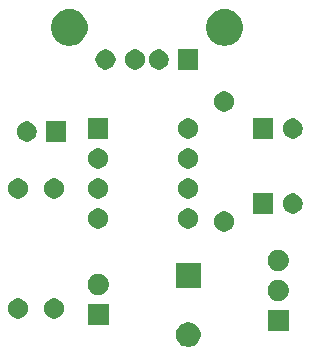
<source format=gbr>
G04 #@! TF.GenerationSoftware,KiCad,Pcbnew,(5.1.5)-3*
G04 #@! TF.CreationDate,2020-05-05T15:59:45-04:00*
G04 #@! TF.ProjectId,FullRangeSpeakerDriver,46756c6c-5261-46e6-9765-537065616b65,rev?*
G04 #@! TF.SameCoordinates,Original*
G04 #@! TF.FileFunction,Soldermask,Bot*
G04 #@! TF.FilePolarity,Negative*
%FSLAX46Y46*%
G04 Gerber Fmt 4.6, Leading zero omitted, Abs format (unit mm)*
G04 Created by KiCad (PCBNEW (5.1.5)-3) date 2020-05-05 15:59:45*
%MOMM*%
%LPD*%
G04 APERTURE LIST*
%ADD10C,0.100000*%
G04 APERTURE END LIST*
D10*
G36*
X200966564Y-83237389D02*
G01*
X201157833Y-83316615D01*
X201157835Y-83316616D01*
X201329973Y-83431635D01*
X201476365Y-83578027D01*
X201591385Y-83750167D01*
X201670611Y-83941436D01*
X201711000Y-84144484D01*
X201711000Y-84351516D01*
X201670611Y-84554564D01*
X201591385Y-84745833D01*
X201591384Y-84745835D01*
X201476365Y-84917973D01*
X201329973Y-85064365D01*
X201157835Y-85179384D01*
X201157834Y-85179385D01*
X201157833Y-85179385D01*
X200966564Y-85258611D01*
X200763516Y-85299000D01*
X200556484Y-85299000D01*
X200353436Y-85258611D01*
X200162167Y-85179385D01*
X200162166Y-85179385D01*
X200162165Y-85179384D01*
X199990027Y-85064365D01*
X199843635Y-84917973D01*
X199728616Y-84745835D01*
X199728615Y-84745833D01*
X199649389Y-84554564D01*
X199609000Y-84351516D01*
X199609000Y-84144484D01*
X199649389Y-83941436D01*
X199728615Y-83750167D01*
X199843635Y-83578027D01*
X199990027Y-83431635D01*
X200162165Y-83316616D01*
X200162167Y-83316615D01*
X200353436Y-83237389D01*
X200556484Y-83197000D01*
X200763516Y-83197000D01*
X200966564Y-83237389D01*
G37*
G36*
X209181000Y-83959000D02*
G01*
X207379000Y-83959000D01*
X207379000Y-82157000D01*
X209181000Y-82157000D01*
X209181000Y-83959000D01*
G37*
G36*
X193941000Y-83451000D02*
G01*
X192139000Y-83451000D01*
X192139000Y-81649000D01*
X193941000Y-81649000D01*
X193941000Y-83451000D01*
G37*
G36*
X189554428Y-81223703D02*
G01*
X189709300Y-81287853D01*
X189848681Y-81380985D01*
X189967215Y-81499519D01*
X190060347Y-81638900D01*
X190124497Y-81793772D01*
X190157200Y-81958184D01*
X190157200Y-82125816D01*
X190124497Y-82290228D01*
X190060347Y-82445100D01*
X189967215Y-82584481D01*
X189848681Y-82703015D01*
X189709300Y-82796147D01*
X189554428Y-82860297D01*
X189390016Y-82893000D01*
X189222384Y-82893000D01*
X189057972Y-82860297D01*
X188903100Y-82796147D01*
X188763719Y-82703015D01*
X188645185Y-82584481D01*
X188552053Y-82445100D01*
X188487903Y-82290228D01*
X188455200Y-82125816D01*
X188455200Y-81958184D01*
X188487903Y-81793772D01*
X188552053Y-81638900D01*
X188645185Y-81499519D01*
X188763719Y-81380985D01*
X188903100Y-81287853D01*
X189057972Y-81223703D01*
X189222384Y-81191000D01*
X189390016Y-81191000D01*
X189554428Y-81223703D01*
G37*
G36*
X186506428Y-81223703D02*
G01*
X186661300Y-81287853D01*
X186800681Y-81380985D01*
X186919215Y-81499519D01*
X187012347Y-81638900D01*
X187076497Y-81793772D01*
X187109200Y-81958184D01*
X187109200Y-82125816D01*
X187076497Y-82290228D01*
X187012347Y-82445100D01*
X186919215Y-82584481D01*
X186800681Y-82703015D01*
X186661300Y-82796147D01*
X186506428Y-82860297D01*
X186342016Y-82893000D01*
X186174384Y-82893000D01*
X186009972Y-82860297D01*
X185855100Y-82796147D01*
X185715719Y-82703015D01*
X185597185Y-82584481D01*
X185504053Y-82445100D01*
X185439903Y-82290228D01*
X185407200Y-82125816D01*
X185407200Y-81958184D01*
X185439903Y-81793772D01*
X185504053Y-81638900D01*
X185597185Y-81499519D01*
X185715719Y-81380985D01*
X185855100Y-81287853D01*
X186009972Y-81223703D01*
X186174384Y-81191000D01*
X186342016Y-81191000D01*
X186506428Y-81223703D01*
G37*
G36*
X208393512Y-79621927D02*
G01*
X208542812Y-79651624D01*
X208706784Y-79719544D01*
X208854354Y-79818147D01*
X208979853Y-79943646D01*
X209078456Y-80091216D01*
X209146376Y-80255188D01*
X209181000Y-80429259D01*
X209181000Y-80606741D01*
X209146376Y-80780812D01*
X209078456Y-80944784D01*
X208979853Y-81092354D01*
X208854354Y-81217853D01*
X208706784Y-81316456D01*
X208542812Y-81384376D01*
X208393512Y-81414073D01*
X208368742Y-81419000D01*
X208191258Y-81419000D01*
X208166488Y-81414073D01*
X208017188Y-81384376D01*
X207853216Y-81316456D01*
X207705646Y-81217853D01*
X207580147Y-81092354D01*
X207481544Y-80944784D01*
X207413624Y-80780812D01*
X207379000Y-80606741D01*
X207379000Y-80429259D01*
X207413624Y-80255188D01*
X207481544Y-80091216D01*
X207580147Y-79943646D01*
X207705646Y-79818147D01*
X207853216Y-79719544D01*
X208017188Y-79651624D01*
X208166488Y-79621927D01*
X208191258Y-79617000D01*
X208368742Y-79617000D01*
X208393512Y-79621927D01*
G37*
G36*
X193153512Y-79113927D02*
G01*
X193302812Y-79143624D01*
X193466784Y-79211544D01*
X193614354Y-79310147D01*
X193739853Y-79435646D01*
X193838456Y-79583216D01*
X193906376Y-79747188D01*
X193941000Y-79921259D01*
X193941000Y-80098741D01*
X193906376Y-80272812D01*
X193838456Y-80436784D01*
X193739853Y-80584354D01*
X193614354Y-80709853D01*
X193466784Y-80808456D01*
X193302812Y-80876376D01*
X193153512Y-80906073D01*
X193128742Y-80911000D01*
X192951258Y-80911000D01*
X192926488Y-80906073D01*
X192777188Y-80876376D01*
X192613216Y-80808456D01*
X192465646Y-80709853D01*
X192340147Y-80584354D01*
X192241544Y-80436784D01*
X192173624Y-80272812D01*
X192139000Y-80098741D01*
X192139000Y-79921259D01*
X192173624Y-79747188D01*
X192241544Y-79583216D01*
X192340147Y-79435646D01*
X192465646Y-79310147D01*
X192613216Y-79211544D01*
X192777188Y-79143624D01*
X192926488Y-79113927D01*
X192951258Y-79109000D01*
X193128742Y-79109000D01*
X193153512Y-79113927D01*
G37*
G36*
X201711000Y-80299000D02*
G01*
X199609000Y-80299000D01*
X199609000Y-78197000D01*
X201711000Y-78197000D01*
X201711000Y-80299000D01*
G37*
G36*
X208393512Y-77081927D02*
G01*
X208542812Y-77111624D01*
X208706784Y-77179544D01*
X208854354Y-77278147D01*
X208979853Y-77403646D01*
X209078456Y-77551216D01*
X209146376Y-77715188D01*
X209181000Y-77889259D01*
X209181000Y-78066741D01*
X209146376Y-78240812D01*
X209078456Y-78404784D01*
X208979853Y-78552354D01*
X208854354Y-78677853D01*
X208706784Y-78776456D01*
X208542812Y-78844376D01*
X208393512Y-78874073D01*
X208368742Y-78879000D01*
X208191258Y-78879000D01*
X208166488Y-78874073D01*
X208017188Y-78844376D01*
X207853216Y-78776456D01*
X207705646Y-78677853D01*
X207580147Y-78552354D01*
X207481544Y-78404784D01*
X207413624Y-78240812D01*
X207379000Y-78066741D01*
X207379000Y-77889259D01*
X207413624Y-77715188D01*
X207481544Y-77551216D01*
X207580147Y-77403646D01*
X207705646Y-77278147D01*
X207853216Y-77179544D01*
X208017188Y-77111624D01*
X208166488Y-77081927D01*
X208191258Y-77077000D01*
X208368742Y-77077000D01*
X208393512Y-77081927D01*
G37*
G36*
X203956228Y-73857703D02*
G01*
X204111100Y-73921853D01*
X204250481Y-74014985D01*
X204369015Y-74133519D01*
X204462147Y-74272900D01*
X204526297Y-74427772D01*
X204559000Y-74592184D01*
X204559000Y-74759816D01*
X204526297Y-74924228D01*
X204462147Y-75079100D01*
X204369015Y-75218481D01*
X204250481Y-75337015D01*
X204111100Y-75430147D01*
X203956228Y-75494297D01*
X203791816Y-75527000D01*
X203624184Y-75527000D01*
X203459772Y-75494297D01*
X203304900Y-75430147D01*
X203165519Y-75337015D01*
X203046985Y-75218481D01*
X202953853Y-75079100D01*
X202889703Y-74924228D01*
X202857000Y-74759816D01*
X202857000Y-74592184D01*
X202889703Y-74427772D01*
X202953853Y-74272900D01*
X203046985Y-74133519D01*
X203165519Y-74014985D01*
X203304900Y-73921853D01*
X203459772Y-73857703D01*
X203624184Y-73825000D01*
X203791816Y-73825000D01*
X203956228Y-73857703D01*
G37*
G36*
X200908228Y-73603703D02*
G01*
X201063100Y-73667853D01*
X201202481Y-73760985D01*
X201321015Y-73879519D01*
X201414147Y-74018900D01*
X201478297Y-74173772D01*
X201511000Y-74338184D01*
X201511000Y-74505816D01*
X201478297Y-74670228D01*
X201414147Y-74825100D01*
X201321015Y-74964481D01*
X201202481Y-75083015D01*
X201063100Y-75176147D01*
X200908228Y-75240297D01*
X200743816Y-75273000D01*
X200576184Y-75273000D01*
X200411772Y-75240297D01*
X200256900Y-75176147D01*
X200117519Y-75083015D01*
X199998985Y-74964481D01*
X199905853Y-74825100D01*
X199841703Y-74670228D01*
X199809000Y-74505816D01*
X199809000Y-74338184D01*
X199841703Y-74173772D01*
X199905853Y-74018900D01*
X199998985Y-73879519D01*
X200117519Y-73760985D01*
X200256900Y-73667853D01*
X200411772Y-73603703D01*
X200576184Y-73571000D01*
X200743816Y-73571000D01*
X200908228Y-73603703D01*
G37*
G36*
X193288228Y-73603703D02*
G01*
X193443100Y-73667853D01*
X193582481Y-73760985D01*
X193701015Y-73879519D01*
X193794147Y-74018900D01*
X193858297Y-74173772D01*
X193891000Y-74338184D01*
X193891000Y-74505816D01*
X193858297Y-74670228D01*
X193794147Y-74825100D01*
X193701015Y-74964481D01*
X193582481Y-75083015D01*
X193443100Y-75176147D01*
X193288228Y-75240297D01*
X193123816Y-75273000D01*
X192956184Y-75273000D01*
X192791772Y-75240297D01*
X192636900Y-75176147D01*
X192497519Y-75083015D01*
X192378985Y-74964481D01*
X192285853Y-74825100D01*
X192221703Y-74670228D01*
X192189000Y-74505816D01*
X192189000Y-74338184D01*
X192221703Y-74173772D01*
X192285853Y-74018900D01*
X192378985Y-73879519D01*
X192497519Y-73760985D01*
X192636900Y-73667853D01*
X192791772Y-73603703D01*
X192956184Y-73571000D01*
X193123816Y-73571000D01*
X193288228Y-73603703D01*
G37*
G36*
X209758228Y-72333703D02*
G01*
X209913100Y-72397853D01*
X210052481Y-72490985D01*
X210171015Y-72609519D01*
X210264147Y-72748900D01*
X210328297Y-72903772D01*
X210361000Y-73068184D01*
X210361000Y-73235816D01*
X210328297Y-73400228D01*
X210264147Y-73555100D01*
X210171015Y-73694481D01*
X210052481Y-73813015D01*
X209913100Y-73906147D01*
X209758228Y-73970297D01*
X209593816Y-74003000D01*
X209426184Y-74003000D01*
X209261772Y-73970297D01*
X209106900Y-73906147D01*
X208967519Y-73813015D01*
X208848985Y-73694481D01*
X208755853Y-73555100D01*
X208691703Y-73400228D01*
X208659000Y-73235816D01*
X208659000Y-73068184D01*
X208691703Y-72903772D01*
X208755853Y-72748900D01*
X208848985Y-72609519D01*
X208967519Y-72490985D01*
X209106900Y-72397853D01*
X209261772Y-72333703D01*
X209426184Y-72301000D01*
X209593816Y-72301000D01*
X209758228Y-72333703D01*
G37*
G36*
X207861000Y-74003000D02*
G01*
X206159000Y-74003000D01*
X206159000Y-72301000D01*
X207861000Y-72301000D01*
X207861000Y-74003000D01*
G37*
G36*
X193288228Y-71063703D02*
G01*
X193443100Y-71127853D01*
X193582481Y-71220985D01*
X193701015Y-71339519D01*
X193794147Y-71478900D01*
X193858297Y-71633772D01*
X193891000Y-71798184D01*
X193891000Y-71965816D01*
X193858297Y-72130228D01*
X193794147Y-72285100D01*
X193701015Y-72424481D01*
X193582481Y-72543015D01*
X193443100Y-72636147D01*
X193288228Y-72700297D01*
X193123816Y-72733000D01*
X192956184Y-72733000D01*
X192791772Y-72700297D01*
X192636900Y-72636147D01*
X192497519Y-72543015D01*
X192378985Y-72424481D01*
X192285853Y-72285100D01*
X192221703Y-72130228D01*
X192189000Y-71965816D01*
X192189000Y-71798184D01*
X192221703Y-71633772D01*
X192285853Y-71478900D01*
X192378985Y-71339519D01*
X192497519Y-71220985D01*
X192636900Y-71127853D01*
X192791772Y-71063703D01*
X192956184Y-71031000D01*
X193123816Y-71031000D01*
X193288228Y-71063703D01*
G37*
G36*
X189554428Y-71063703D02*
G01*
X189709300Y-71127853D01*
X189848681Y-71220985D01*
X189967215Y-71339519D01*
X190060347Y-71478900D01*
X190124497Y-71633772D01*
X190157200Y-71798184D01*
X190157200Y-71965816D01*
X190124497Y-72130228D01*
X190060347Y-72285100D01*
X189967215Y-72424481D01*
X189848681Y-72543015D01*
X189709300Y-72636147D01*
X189554428Y-72700297D01*
X189390016Y-72733000D01*
X189222384Y-72733000D01*
X189057972Y-72700297D01*
X188903100Y-72636147D01*
X188763719Y-72543015D01*
X188645185Y-72424481D01*
X188552053Y-72285100D01*
X188487903Y-72130228D01*
X188455200Y-71965816D01*
X188455200Y-71798184D01*
X188487903Y-71633772D01*
X188552053Y-71478900D01*
X188645185Y-71339519D01*
X188763719Y-71220985D01*
X188903100Y-71127853D01*
X189057972Y-71063703D01*
X189222384Y-71031000D01*
X189390016Y-71031000D01*
X189554428Y-71063703D01*
G37*
G36*
X186506428Y-71063703D02*
G01*
X186661300Y-71127853D01*
X186800681Y-71220985D01*
X186919215Y-71339519D01*
X187012347Y-71478900D01*
X187076497Y-71633772D01*
X187109200Y-71798184D01*
X187109200Y-71965816D01*
X187076497Y-72130228D01*
X187012347Y-72285100D01*
X186919215Y-72424481D01*
X186800681Y-72543015D01*
X186661300Y-72636147D01*
X186506428Y-72700297D01*
X186342016Y-72733000D01*
X186174384Y-72733000D01*
X186009972Y-72700297D01*
X185855100Y-72636147D01*
X185715719Y-72543015D01*
X185597185Y-72424481D01*
X185504053Y-72285100D01*
X185439903Y-72130228D01*
X185407200Y-71965816D01*
X185407200Y-71798184D01*
X185439903Y-71633772D01*
X185504053Y-71478900D01*
X185597185Y-71339519D01*
X185715719Y-71220985D01*
X185855100Y-71127853D01*
X186009972Y-71063703D01*
X186174384Y-71031000D01*
X186342016Y-71031000D01*
X186506428Y-71063703D01*
G37*
G36*
X200908228Y-71063703D02*
G01*
X201063100Y-71127853D01*
X201202481Y-71220985D01*
X201321015Y-71339519D01*
X201414147Y-71478900D01*
X201478297Y-71633772D01*
X201511000Y-71798184D01*
X201511000Y-71965816D01*
X201478297Y-72130228D01*
X201414147Y-72285100D01*
X201321015Y-72424481D01*
X201202481Y-72543015D01*
X201063100Y-72636147D01*
X200908228Y-72700297D01*
X200743816Y-72733000D01*
X200576184Y-72733000D01*
X200411772Y-72700297D01*
X200256900Y-72636147D01*
X200117519Y-72543015D01*
X199998985Y-72424481D01*
X199905853Y-72285100D01*
X199841703Y-72130228D01*
X199809000Y-71965816D01*
X199809000Y-71798184D01*
X199841703Y-71633772D01*
X199905853Y-71478900D01*
X199998985Y-71339519D01*
X200117519Y-71220985D01*
X200256900Y-71127853D01*
X200411772Y-71063703D01*
X200576184Y-71031000D01*
X200743816Y-71031000D01*
X200908228Y-71063703D01*
G37*
G36*
X193288228Y-68523703D02*
G01*
X193443100Y-68587853D01*
X193582481Y-68680985D01*
X193701015Y-68799519D01*
X193794147Y-68938900D01*
X193858297Y-69093772D01*
X193891000Y-69258184D01*
X193891000Y-69425816D01*
X193858297Y-69590228D01*
X193794147Y-69745100D01*
X193701015Y-69884481D01*
X193582481Y-70003015D01*
X193443100Y-70096147D01*
X193288228Y-70160297D01*
X193123816Y-70193000D01*
X192956184Y-70193000D01*
X192791772Y-70160297D01*
X192636900Y-70096147D01*
X192497519Y-70003015D01*
X192378985Y-69884481D01*
X192285853Y-69745100D01*
X192221703Y-69590228D01*
X192189000Y-69425816D01*
X192189000Y-69258184D01*
X192221703Y-69093772D01*
X192285853Y-68938900D01*
X192378985Y-68799519D01*
X192497519Y-68680985D01*
X192636900Y-68587853D01*
X192791772Y-68523703D01*
X192956184Y-68491000D01*
X193123816Y-68491000D01*
X193288228Y-68523703D01*
G37*
G36*
X200908228Y-68523703D02*
G01*
X201063100Y-68587853D01*
X201202481Y-68680985D01*
X201321015Y-68799519D01*
X201414147Y-68938900D01*
X201478297Y-69093772D01*
X201511000Y-69258184D01*
X201511000Y-69425816D01*
X201478297Y-69590228D01*
X201414147Y-69745100D01*
X201321015Y-69884481D01*
X201202481Y-70003015D01*
X201063100Y-70096147D01*
X200908228Y-70160297D01*
X200743816Y-70193000D01*
X200576184Y-70193000D01*
X200411772Y-70160297D01*
X200256900Y-70096147D01*
X200117519Y-70003015D01*
X199998985Y-69884481D01*
X199905853Y-69745100D01*
X199841703Y-69590228D01*
X199809000Y-69425816D01*
X199809000Y-69258184D01*
X199841703Y-69093772D01*
X199905853Y-68938900D01*
X199998985Y-68799519D01*
X200117519Y-68680985D01*
X200256900Y-68587853D01*
X200411772Y-68523703D01*
X200576184Y-68491000D01*
X200743816Y-68491000D01*
X200908228Y-68523703D01*
G37*
G36*
X190335000Y-67907000D02*
G01*
X188633000Y-67907000D01*
X188633000Y-66205000D01*
X190335000Y-66205000D01*
X190335000Y-67907000D01*
G37*
G36*
X187232228Y-66237703D02*
G01*
X187387100Y-66301853D01*
X187526481Y-66394985D01*
X187645015Y-66513519D01*
X187738147Y-66652900D01*
X187802297Y-66807772D01*
X187835000Y-66972184D01*
X187835000Y-67139816D01*
X187802297Y-67304228D01*
X187738147Y-67459100D01*
X187645015Y-67598481D01*
X187526481Y-67717015D01*
X187387100Y-67810147D01*
X187232228Y-67874297D01*
X187067816Y-67907000D01*
X186900184Y-67907000D01*
X186735772Y-67874297D01*
X186580900Y-67810147D01*
X186441519Y-67717015D01*
X186322985Y-67598481D01*
X186229853Y-67459100D01*
X186165703Y-67304228D01*
X186133000Y-67139816D01*
X186133000Y-66972184D01*
X186165703Y-66807772D01*
X186229853Y-66652900D01*
X186322985Y-66513519D01*
X186441519Y-66394985D01*
X186580900Y-66301853D01*
X186735772Y-66237703D01*
X186900184Y-66205000D01*
X187067816Y-66205000D01*
X187232228Y-66237703D01*
G37*
G36*
X200908228Y-65983703D02*
G01*
X201063100Y-66047853D01*
X201202481Y-66140985D01*
X201321015Y-66259519D01*
X201414147Y-66398900D01*
X201478297Y-66553772D01*
X201511000Y-66718184D01*
X201511000Y-66885816D01*
X201478297Y-67050228D01*
X201414147Y-67205100D01*
X201321015Y-67344481D01*
X201202481Y-67463015D01*
X201063100Y-67556147D01*
X200908228Y-67620297D01*
X200743816Y-67653000D01*
X200576184Y-67653000D01*
X200411772Y-67620297D01*
X200256900Y-67556147D01*
X200117519Y-67463015D01*
X199998985Y-67344481D01*
X199905853Y-67205100D01*
X199841703Y-67050228D01*
X199809000Y-66885816D01*
X199809000Y-66718184D01*
X199841703Y-66553772D01*
X199905853Y-66398900D01*
X199998985Y-66259519D01*
X200117519Y-66140985D01*
X200256900Y-66047853D01*
X200411772Y-65983703D01*
X200576184Y-65951000D01*
X200743816Y-65951000D01*
X200908228Y-65983703D01*
G37*
G36*
X193891000Y-67653000D02*
G01*
X192189000Y-67653000D01*
X192189000Y-65951000D01*
X193891000Y-65951000D01*
X193891000Y-67653000D01*
G37*
G36*
X209758228Y-65983703D02*
G01*
X209913100Y-66047853D01*
X210052481Y-66140985D01*
X210171015Y-66259519D01*
X210264147Y-66398900D01*
X210328297Y-66553772D01*
X210361000Y-66718184D01*
X210361000Y-66885816D01*
X210328297Y-67050228D01*
X210264147Y-67205100D01*
X210171015Y-67344481D01*
X210052481Y-67463015D01*
X209913100Y-67556147D01*
X209758228Y-67620297D01*
X209593816Y-67653000D01*
X209426184Y-67653000D01*
X209261772Y-67620297D01*
X209106900Y-67556147D01*
X208967519Y-67463015D01*
X208848985Y-67344481D01*
X208755853Y-67205100D01*
X208691703Y-67050228D01*
X208659000Y-66885816D01*
X208659000Y-66718184D01*
X208691703Y-66553772D01*
X208755853Y-66398900D01*
X208848985Y-66259519D01*
X208967519Y-66140985D01*
X209106900Y-66047853D01*
X209261772Y-65983703D01*
X209426184Y-65951000D01*
X209593816Y-65951000D01*
X209758228Y-65983703D01*
G37*
G36*
X207861000Y-67653000D02*
G01*
X206159000Y-67653000D01*
X206159000Y-65951000D01*
X207861000Y-65951000D01*
X207861000Y-67653000D01*
G37*
G36*
X203956228Y-63697703D02*
G01*
X204111100Y-63761853D01*
X204250481Y-63854985D01*
X204369015Y-63973519D01*
X204462147Y-64112900D01*
X204526297Y-64267772D01*
X204559000Y-64432184D01*
X204559000Y-64599816D01*
X204526297Y-64764228D01*
X204462147Y-64919100D01*
X204369015Y-65058481D01*
X204250481Y-65177015D01*
X204111100Y-65270147D01*
X203956228Y-65334297D01*
X203791816Y-65367000D01*
X203624184Y-65367000D01*
X203459772Y-65334297D01*
X203304900Y-65270147D01*
X203165519Y-65177015D01*
X203046985Y-65058481D01*
X202953853Y-64919100D01*
X202889703Y-64764228D01*
X202857000Y-64599816D01*
X202857000Y-64432184D01*
X202889703Y-64267772D01*
X202953853Y-64112900D01*
X203046985Y-63973519D01*
X203165519Y-63854985D01*
X203304900Y-63761853D01*
X203459772Y-63697703D01*
X203624184Y-63665000D01*
X203791816Y-63665000D01*
X203956228Y-63697703D01*
G37*
G36*
X198408228Y-60141703D02*
G01*
X198563100Y-60205853D01*
X198702481Y-60298985D01*
X198821015Y-60417519D01*
X198914147Y-60556900D01*
X198978297Y-60711772D01*
X199011000Y-60876184D01*
X199011000Y-61043816D01*
X198978297Y-61208228D01*
X198914147Y-61363100D01*
X198821015Y-61502481D01*
X198702481Y-61621015D01*
X198563100Y-61714147D01*
X198408228Y-61778297D01*
X198243816Y-61811000D01*
X198076184Y-61811000D01*
X197911772Y-61778297D01*
X197756900Y-61714147D01*
X197617519Y-61621015D01*
X197498985Y-61502481D01*
X197405853Y-61363100D01*
X197341703Y-61208228D01*
X197309000Y-61043816D01*
X197309000Y-60876184D01*
X197341703Y-60711772D01*
X197405853Y-60556900D01*
X197498985Y-60417519D01*
X197617519Y-60298985D01*
X197756900Y-60205853D01*
X197911772Y-60141703D01*
X198076184Y-60109000D01*
X198243816Y-60109000D01*
X198408228Y-60141703D01*
G37*
G36*
X201511000Y-61811000D02*
G01*
X199809000Y-61811000D01*
X199809000Y-60109000D01*
X201511000Y-60109000D01*
X201511000Y-61811000D01*
G37*
G36*
X196408228Y-60141703D02*
G01*
X196563100Y-60205853D01*
X196702481Y-60298985D01*
X196821015Y-60417519D01*
X196914147Y-60556900D01*
X196978297Y-60711772D01*
X197011000Y-60876184D01*
X197011000Y-61043816D01*
X196978297Y-61208228D01*
X196914147Y-61363100D01*
X196821015Y-61502481D01*
X196702481Y-61621015D01*
X196563100Y-61714147D01*
X196408228Y-61778297D01*
X196243816Y-61811000D01*
X196076184Y-61811000D01*
X195911772Y-61778297D01*
X195756900Y-61714147D01*
X195617519Y-61621015D01*
X195498985Y-61502481D01*
X195405853Y-61363100D01*
X195341703Y-61208228D01*
X195309000Y-61043816D01*
X195309000Y-60876184D01*
X195341703Y-60711772D01*
X195405853Y-60556900D01*
X195498985Y-60417519D01*
X195617519Y-60298985D01*
X195756900Y-60205853D01*
X195911772Y-60141703D01*
X196076184Y-60109000D01*
X196243816Y-60109000D01*
X196408228Y-60141703D01*
G37*
G36*
X193908228Y-60141703D02*
G01*
X194063100Y-60205853D01*
X194202481Y-60298985D01*
X194321015Y-60417519D01*
X194414147Y-60556900D01*
X194478297Y-60711772D01*
X194511000Y-60876184D01*
X194511000Y-61043816D01*
X194478297Y-61208228D01*
X194414147Y-61363100D01*
X194321015Y-61502481D01*
X194202481Y-61621015D01*
X194063100Y-61714147D01*
X193908228Y-61778297D01*
X193743816Y-61811000D01*
X193576184Y-61811000D01*
X193411772Y-61778297D01*
X193256900Y-61714147D01*
X193117519Y-61621015D01*
X192998985Y-61502481D01*
X192905853Y-61363100D01*
X192841703Y-61208228D01*
X192809000Y-61043816D01*
X192809000Y-60876184D01*
X192841703Y-60711772D01*
X192905853Y-60556900D01*
X192998985Y-60417519D01*
X193117519Y-60298985D01*
X193256900Y-60205853D01*
X193411772Y-60141703D01*
X193576184Y-60109000D01*
X193743816Y-60109000D01*
X193908228Y-60141703D01*
G37*
G36*
X190892585Y-56728802D02*
G01*
X191042410Y-56758604D01*
X191324674Y-56875521D01*
X191578705Y-57045259D01*
X191794741Y-57261295D01*
X191964479Y-57515326D01*
X192081396Y-57797590D01*
X192141000Y-58097240D01*
X192141000Y-58402760D01*
X192081396Y-58702410D01*
X191964479Y-58984674D01*
X191794741Y-59238705D01*
X191578705Y-59454741D01*
X191324674Y-59624479D01*
X191042410Y-59741396D01*
X190892585Y-59771198D01*
X190742761Y-59801000D01*
X190437239Y-59801000D01*
X190287415Y-59771198D01*
X190137590Y-59741396D01*
X189855326Y-59624479D01*
X189601295Y-59454741D01*
X189385259Y-59238705D01*
X189215521Y-58984674D01*
X189098604Y-58702410D01*
X189039000Y-58402760D01*
X189039000Y-58097240D01*
X189098604Y-57797590D01*
X189215521Y-57515326D01*
X189385259Y-57261295D01*
X189601295Y-57045259D01*
X189855326Y-56875521D01*
X190137590Y-56758604D01*
X190287415Y-56728802D01*
X190437239Y-56699000D01*
X190742761Y-56699000D01*
X190892585Y-56728802D01*
G37*
G36*
X204032585Y-56728802D02*
G01*
X204182410Y-56758604D01*
X204464674Y-56875521D01*
X204718705Y-57045259D01*
X204934741Y-57261295D01*
X205104479Y-57515326D01*
X205221396Y-57797590D01*
X205281000Y-58097240D01*
X205281000Y-58402760D01*
X205221396Y-58702410D01*
X205104479Y-58984674D01*
X204934741Y-59238705D01*
X204718705Y-59454741D01*
X204464674Y-59624479D01*
X204182410Y-59741396D01*
X204032585Y-59771198D01*
X203882761Y-59801000D01*
X203577239Y-59801000D01*
X203427415Y-59771198D01*
X203277590Y-59741396D01*
X202995326Y-59624479D01*
X202741295Y-59454741D01*
X202525259Y-59238705D01*
X202355521Y-58984674D01*
X202238604Y-58702410D01*
X202179000Y-58402760D01*
X202179000Y-58097240D01*
X202238604Y-57797590D01*
X202355521Y-57515326D01*
X202525259Y-57261295D01*
X202741295Y-57045259D01*
X202995326Y-56875521D01*
X203277590Y-56758604D01*
X203427415Y-56728802D01*
X203577239Y-56699000D01*
X203882761Y-56699000D01*
X204032585Y-56728802D01*
G37*
M02*

</source>
